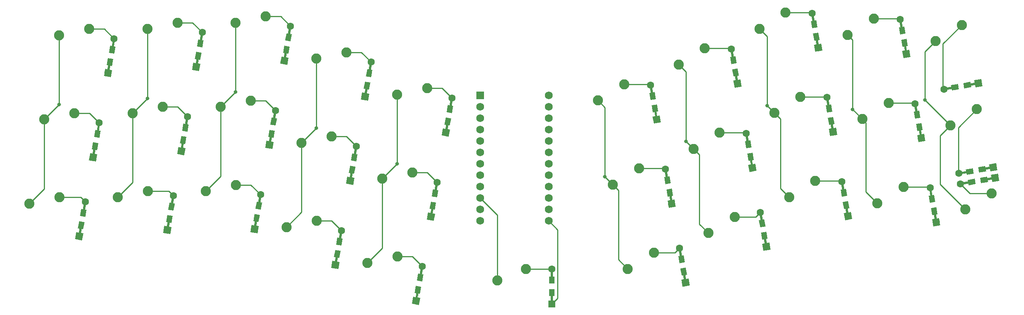
<source format=gbr>
G04 #@! TF.GenerationSoftware,KiCad,Pcbnew,(5.1.4)-1*
G04 #@! TF.CreationDate,2021-01-04T11:43:55-07:00*
G04 #@! TF.ProjectId,CS30 Ergo,43533330-2045-4726-976f-2e6b69636164,rev?*
G04 #@! TF.SameCoordinates,Original*
G04 #@! TF.FileFunction,Copper,L2,Bot*
G04 #@! TF.FilePolarity,Positive*
%FSLAX46Y46*%
G04 Gerber Fmt 4.6, Leading zero omitted, Abs format (unit mm)*
G04 Created by KiCad (PCBNEW (5.1.4)-1) date 2021-01-04 11:43:55*
%MOMM*%
%LPD*%
G04 APERTURE LIST*
%ADD10C,2.250000*%
%ADD11C,0.500000*%
%ADD12C,0.150000*%
%ADD13C,1.200000*%
%ADD14C,1.600000*%
%ADD15C,1.752600*%
%ADD16R,1.752600X1.752600*%
%ADD17R,1.600000X1.600000*%
%ADD18R,0.500000X2.900000*%
%ADD19R,1.200000X1.600000*%
%ADD20C,0.800000*%
%ADD21C,0.250000*%
G04 APERTURE END LIST*
D10*
X243100861Y-99546094D03*
X248913324Y-95942016D03*
X223513191Y-98163939D03*
X229325654Y-94559861D03*
X185991859Y-104779963D03*
X191804322Y-101175885D03*
X168058195Y-112778141D03*
X173870658Y-109174063D03*
X203925522Y-96781784D03*
X209737985Y-93177706D03*
X220205180Y-79403273D03*
X226017643Y-75799195D03*
X239792849Y-80785428D03*
X245605312Y-77181350D03*
X179375835Y-67258630D03*
X185188298Y-63654552D03*
X182683847Y-86019296D03*
X188496310Y-82415218D03*
X164750183Y-94017475D03*
X170562646Y-90413397D03*
X200617510Y-78021118D03*
X206429973Y-74417040D03*
X236484839Y-62024761D03*
X242297302Y-58420683D03*
X197309499Y-59260452D03*
X203121962Y-55656374D03*
X216897168Y-60642606D03*
X222709631Y-57038528D03*
X161442172Y-75256808D03*
X167254635Y-71652730D03*
D11*
X243384771Y-93612235D03*
D12*
G36*
X242000212Y-94110227D02*
G01*
X241913388Y-93617823D01*
X244769330Y-93114243D01*
X244856154Y-93606647D01*
X242000212Y-94110227D01*
X242000212Y-94110227D01*
G37*
D13*
X244468059Y-93421222D03*
D12*
G36*
X243784402Y-94151025D02*
G01*
X243576024Y-92969256D01*
X245151716Y-92691419D01*
X245360094Y-93873188D01*
X243784402Y-94151025D01*
X243784402Y-94151025D01*
G37*
D13*
X247225521Y-92935008D03*
D12*
G36*
X246541864Y-93664811D02*
G01*
X246333486Y-92483042D01*
X247909178Y-92205205D01*
X248117556Y-93386974D01*
X246541864Y-93664811D01*
X246541864Y-93664811D01*
G37*
D11*
X248308809Y-92743995D03*
D12*
G36*
X246924250Y-93241987D02*
G01*
X246837426Y-92749583D01*
X249693368Y-92246003D01*
X249780192Y-92738407D01*
X246924250Y-93241987D01*
X246924250Y-93241987D01*
G37*
D14*
X242006040Y-93855343D03*
X249687540Y-92500887D03*
D12*
G36*
X249038612Y-93427652D02*
G01*
X248760775Y-91851959D01*
X250336468Y-91574122D01*
X250614305Y-93149815D01*
X249038612Y-93427652D01*
X249038612Y-93427652D01*
G37*
D11*
X194650702Y-83949834D03*
D12*
G36*
X194152710Y-82565275D02*
G01*
X194645114Y-82478451D01*
X195148694Y-85334393D01*
X194656290Y-85421217D01*
X194152710Y-82565275D01*
X194152710Y-82565275D01*
G37*
D13*
X194841715Y-85033122D03*
D12*
G36*
X194111912Y-84349465D02*
G01*
X195293681Y-84141087D01*
X195571518Y-85716779D01*
X194389749Y-85925157D01*
X194111912Y-84349465D01*
X194111912Y-84349465D01*
G37*
D13*
X195327929Y-87790584D03*
D12*
G36*
X194598126Y-87106927D02*
G01*
X195779895Y-86898549D01*
X196057732Y-88474241D01*
X194875963Y-88682619D01*
X194598126Y-87106927D01*
X194598126Y-87106927D01*
G37*
D11*
X195518942Y-88873872D03*
D12*
G36*
X195020950Y-87489313D02*
G01*
X195513354Y-87402489D01*
X196016934Y-90258431D01*
X195524530Y-90345255D01*
X195020950Y-87489313D01*
X195020950Y-87489313D01*
G37*
D14*
X194407594Y-82571103D03*
X195762050Y-90252603D03*
D12*
G36*
X194835285Y-89603675D02*
G01*
X196410978Y-89325838D01*
X196688815Y-90901531D01*
X195113122Y-91179368D01*
X194835285Y-89603675D01*
X194835285Y-89603675D01*
G37*
D11*
X179818300Y-109536137D03*
D12*
G36*
X179320308Y-108151578D02*
G01*
X179812712Y-108064754D01*
X180316292Y-110920696D01*
X179823888Y-111007520D01*
X179320308Y-108151578D01*
X179320308Y-108151578D01*
G37*
D13*
X180009313Y-110619425D03*
D12*
G36*
X179279510Y-109935768D02*
G01*
X180461279Y-109727390D01*
X180739116Y-111303082D01*
X179557347Y-111511460D01*
X179279510Y-109935768D01*
X179279510Y-109935768D01*
G37*
D13*
X180495527Y-113376887D03*
D12*
G36*
X179765724Y-112693230D02*
G01*
X180947493Y-112484852D01*
X181225330Y-114060544D01*
X180043561Y-114268922D01*
X179765724Y-112693230D01*
X179765724Y-112693230D01*
G37*
D11*
X180686540Y-114460175D03*
D12*
G36*
X180188548Y-113075616D02*
G01*
X180680952Y-112988792D01*
X181184532Y-115844734D01*
X180692128Y-115931558D01*
X180188548Y-113075616D01*
X180188548Y-113075616D01*
G37*
D14*
X179575192Y-108157406D03*
X180929648Y-115838906D03*
D12*
G36*
X180002883Y-115189978D02*
G01*
X181578576Y-114912141D01*
X181856413Y-116487834D01*
X180280720Y-116765671D01*
X180002883Y-115189978D01*
X180002883Y-115189978D01*
G37*
D11*
X232172035Y-77333811D03*
D12*
G36*
X231674043Y-75949252D02*
G01*
X232166447Y-75862428D01*
X232670027Y-78718370D01*
X232177623Y-78805194D01*
X231674043Y-75949252D01*
X231674043Y-75949252D01*
G37*
D13*
X232363048Y-78417099D03*
D12*
G36*
X231633245Y-77733442D02*
G01*
X232815014Y-77525064D01*
X233092851Y-79100756D01*
X231911082Y-79309134D01*
X231633245Y-77733442D01*
X231633245Y-77733442D01*
G37*
D13*
X232849262Y-81174561D03*
D12*
G36*
X232119459Y-80490904D02*
G01*
X233301228Y-80282526D01*
X233579065Y-81858218D01*
X232397296Y-82066596D01*
X232119459Y-80490904D01*
X232119459Y-80490904D01*
G37*
D11*
X233040275Y-82257849D03*
D12*
G36*
X232542283Y-80873290D02*
G01*
X233034687Y-80786466D01*
X233538267Y-83642408D01*
X233045863Y-83729232D01*
X232542283Y-80873290D01*
X232542283Y-80873290D01*
G37*
D14*
X231928927Y-75955080D03*
X233283383Y-83636580D03*
D12*
G36*
X232356618Y-82987652D02*
G01*
X233932311Y-82709815D01*
X234210148Y-84285508D01*
X232634455Y-84563345D01*
X232356618Y-82987652D01*
X232356618Y-82987652D01*
G37*
D11*
X215892378Y-94712322D03*
D12*
G36*
X215394386Y-93327763D02*
G01*
X215886790Y-93240939D01*
X216390370Y-96096881D01*
X215897966Y-96183705D01*
X215394386Y-93327763D01*
X215394386Y-93327763D01*
G37*
D13*
X216083391Y-95795610D03*
D12*
G36*
X215353588Y-95111953D02*
G01*
X216535357Y-94903575D01*
X216813194Y-96479267D01*
X215631425Y-96687645D01*
X215353588Y-95111953D01*
X215353588Y-95111953D01*
G37*
D13*
X216569605Y-98553072D03*
D12*
G36*
X215839802Y-97869415D02*
G01*
X217021571Y-97661037D01*
X217299408Y-99236729D01*
X216117639Y-99445107D01*
X215839802Y-97869415D01*
X215839802Y-97869415D01*
G37*
D11*
X216760618Y-99636360D03*
D12*
G36*
X216262626Y-98251801D02*
G01*
X216755030Y-98164977D01*
X217258610Y-101020919D01*
X216766206Y-101107743D01*
X216262626Y-98251801D01*
X216262626Y-98251801D01*
G37*
D14*
X215649270Y-93333591D03*
X217003726Y-101015091D03*
D12*
G36*
X216076961Y-100366163D02*
G01*
X217652654Y-100088326D01*
X217930491Y-101664019D01*
X216354798Y-101941856D01*
X216076961Y-100366163D01*
X216076961Y-100366163D01*
G37*
D11*
X242971269Y-91267151D03*
D12*
G36*
X241586710Y-91765143D02*
G01*
X241499886Y-91272739D01*
X244355828Y-90769159D01*
X244442652Y-91261563D01*
X241586710Y-91765143D01*
X241586710Y-91765143D01*
G37*
D13*
X244054557Y-91076138D03*
D12*
G36*
X243370900Y-91805941D02*
G01*
X243162522Y-90624172D01*
X244738214Y-90346335D01*
X244946592Y-91528104D01*
X243370900Y-91805941D01*
X243370900Y-91805941D01*
G37*
D13*
X246812019Y-90589924D03*
D12*
G36*
X246128362Y-91319727D02*
G01*
X245919984Y-90137958D01*
X247495676Y-89860121D01*
X247704054Y-91041890D01*
X246128362Y-91319727D01*
X246128362Y-91319727D01*
G37*
D11*
X247895307Y-90398911D03*
D12*
G36*
X246510748Y-90896903D02*
G01*
X246423924Y-90404499D01*
X249279866Y-89900919D01*
X249366690Y-90393323D01*
X246510748Y-90896903D01*
X246510748Y-90896903D01*
G37*
D14*
X241592538Y-91510259D03*
X249274038Y-90155803D03*
D12*
G36*
X248625110Y-91082568D02*
G01*
X248347273Y-89506875D01*
X249922966Y-89229038D01*
X250200803Y-90804731D01*
X248625110Y-91082568D01*
X248625110Y-91082568D01*
G37*
D11*
X212584366Y-75951656D03*
D12*
G36*
X212086374Y-74567097D02*
G01*
X212578778Y-74480273D01*
X213082358Y-77336215D01*
X212589954Y-77423039D01*
X212086374Y-74567097D01*
X212086374Y-74567097D01*
G37*
D13*
X212775379Y-77034944D03*
D12*
G36*
X212045576Y-76351287D02*
G01*
X213227345Y-76142909D01*
X213505182Y-77718601D01*
X212323413Y-77926979D01*
X212045576Y-76351287D01*
X212045576Y-76351287D01*
G37*
D13*
X213261593Y-79792406D03*
D12*
G36*
X212531790Y-79108749D02*
G01*
X213713559Y-78900371D01*
X213991396Y-80476063D01*
X212809627Y-80684441D01*
X212531790Y-79108749D01*
X212531790Y-79108749D01*
G37*
D11*
X213452606Y-80875694D03*
D12*
G36*
X212954614Y-79491135D02*
G01*
X213447018Y-79404311D01*
X213950598Y-82260253D01*
X213458194Y-82347077D01*
X212954614Y-79491135D01*
X212954614Y-79491135D01*
G37*
D14*
X212341258Y-74572925D03*
X213695714Y-82254425D03*
D12*
G36*
X212768949Y-81605497D02*
G01*
X214344642Y-81327660D01*
X214622479Y-82903353D01*
X213046786Y-83181190D01*
X212768949Y-81605497D01*
X212768949Y-81605497D01*
G37*
D11*
X235480047Y-96094477D03*
D12*
G36*
X234982055Y-94709918D02*
G01*
X235474459Y-94623094D01*
X235978039Y-97479036D01*
X235485635Y-97565860D01*
X234982055Y-94709918D01*
X234982055Y-94709918D01*
G37*
D13*
X235671060Y-97177765D03*
D12*
G36*
X234941257Y-96494108D02*
G01*
X236123026Y-96285730D01*
X236400863Y-97861422D01*
X235219094Y-98069800D01*
X234941257Y-96494108D01*
X234941257Y-96494108D01*
G37*
D13*
X236157274Y-99935227D03*
D12*
G36*
X235427471Y-99251570D02*
G01*
X236609240Y-99043192D01*
X236887077Y-100618884D01*
X235705308Y-100827262D01*
X235427471Y-99251570D01*
X235427471Y-99251570D01*
G37*
D11*
X236348287Y-101018515D03*
D12*
G36*
X235850295Y-99633956D02*
G01*
X236342699Y-99547132D01*
X236846279Y-102403074D01*
X236353875Y-102489898D01*
X235850295Y-99633956D01*
X235850295Y-99633956D01*
G37*
D14*
X235236939Y-94715746D03*
X236591395Y-102397246D03*
D12*
G36*
X235664630Y-101748318D02*
G01*
X237240323Y-101470481D01*
X237518160Y-103046174D01*
X235942467Y-103324011D01*
X235664630Y-101748318D01*
X235664630Y-101748318D01*
G37*
D11*
X197751963Y-101537959D03*
D12*
G36*
X197253971Y-100153400D02*
G01*
X197746375Y-100066576D01*
X198249955Y-102922518D01*
X197757551Y-103009342D01*
X197253971Y-100153400D01*
X197253971Y-100153400D01*
G37*
D13*
X197942976Y-102621247D03*
D12*
G36*
X197213173Y-101937590D02*
G01*
X198394942Y-101729212D01*
X198672779Y-103304904D01*
X197491010Y-103513282D01*
X197213173Y-101937590D01*
X197213173Y-101937590D01*
G37*
D13*
X198429190Y-105378709D03*
D12*
G36*
X197699387Y-104695052D02*
G01*
X198881156Y-104486674D01*
X199158993Y-106062366D01*
X197977224Y-106270744D01*
X197699387Y-104695052D01*
X197699387Y-104695052D01*
G37*
D11*
X198620203Y-106461997D03*
D12*
G36*
X198122211Y-105077438D02*
G01*
X198614615Y-104990614D01*
X199118195Y-107846556D01*
X198625791Y-107933380D01*
X198122211Y-105077438D01*
X198122211Y-105077438D01*
G37*
D14*
X197508855Y-100159228D03*
X198863311Y-107840728D03*
D12*
G36*
X197936546Y-107191800D02*
G01*
X199512239Y-106913963D01*
X199790076Y-108489656D01*
X198214383Y-108767493D01*
X197936546Y-107191800D01*
X197936546Y-107191800D01*
G37*
D11*
X191342691Y-65189168D03*
D12*
G36*
X190844699Y-63804609D02*
G01*
X191337103Y-63717785D01*
X191840683Y-66573727D01*
X191348279Y-66660551D01*
X190844699Y-63804609D01*
X190844699Y-63804609D01*
G37*
D13*
X191533704Y-66272456D03*
D12*
G36*
X190803901Y-65588799D02*
G01*
X191985670Y-65380421D01*
X192263507Y-66956113D01*
X191081738Y-67164491D01*
X190803901Y-65588799D01*
X190803901Y-65588799D01*
G37*
D13*
X192019918Y-69029918D03*
D12*
G36*
X191290115Y-68346261D02*
G01*
X192471884Y-68137883D01*
X192749721Y-69713575D01*
X191567952Y-69921953D01*
X191290115Y-68346261D01*
X191290115Y-68346261D01*
G37*
D11*
X192210931Y-70113206D03*
D12*
G36*
X191712939Y-68728647D02*
G01*
X192205343Y-68641823D01*
X192708923Y-71497765D01*
X192216519Y-71584589D01*
X191712939Y-68728647D01*
X191712939Y-68728647D01*
G37*
D14*
X191099583Y-63810437D03*
X192454039Y-71491937D03*
D12*
G36*
X191527274Y-70843009D02*
G01*
X193102967Y-70565172D01*
X193380804Y-72140865D01*
X191805111Y-72418702D01*
X191527274Y-70843009D01*
X191527274Y-70843009D01*
G37*
D11*
X173409027Y-73187346D03*
D12*
G36*
X172911035Y-71802787D02*
G01*
X173403439Y-71715963D01*
X173907019Y-74571905D01*
X173414615Y-74658729D01*
X172911035Y-71802787D01*
X172911035Y-71802787D01*
G37*
D13*
X173600040Y-74270634D03*
D12*
G36*
X172870237Y-73586977D02*
G01*
X174052006Y-73378599D01*
X174329843Y-74954291D01*
X173148074Y-75162669D01*
X172870237Y-73586977D01*
X172870237Y-73586977D01*
G37*
D13*
X174086254Y-77028096D03*
D12*
G36*
X173356451Y-76344439D02*
G01*
X174538220Y-76136061D01*
X174816057Y-77711753D01*
X173634288Y-77920131D01*
X173356451Y-76344439D01*
X173356451Y-76344439D01*
G37*
D11*
X174277267Y-78111384D03*
D12*
G36*
X173779275Y-76726825D02*
G01*
X174271679Y-76640001D01*
X174775259Y-79495943D01*
X174282855Y-79582767D01*
X173779275Y-76726825D01*
X173779275Y-76726825D01*
G37*
D14*
X173165919Y-71808615D03*
X174520375Y-79490115D03*
D12*
G36*
X173593610Y-78841187D02*
G01*
X175169303Y-78563350D01*
X175447140Y-80139043D01*
X173871447Y-80416880D01*
X173593610Y-78841187D01*
X173593610Y-78841187D01*
G37*
D11*
X176717039Y-91948012D03*
D12*
G36*
X176219047Y-90563453D02*
G01*
X176711451Y-90476629D01*
X177215031Y-93332571D01*
X176722627Y-93419395D01*
X176219047Y-90563453D01*
X176219047Y-90563453D01*
G37*
D13*
X176908052Y-93031300D03*
D12*
G36*
X176178249Y-92347643D02*
G01*
X177360018Y-92139265D01*
X177637855Y-93714957D01*
X176456086Y-93923335D01*
X176178249Y-92347643D01*
X176178249Y-92347643D01*
G37*
D13*
X177394266Y-95788762D03*
D12*
G36*
X176664463Y-95105105D02*
G01*
X177846232Y-94896727D01*
X178124069Y-96472419D01*
X176942300Y-96680797D01*
X176664463Y-95105105D01*
X176664463Y-95105105D01*
G37*
D11*
X177585279Y-96872050D03*
D12*
G36*
X177087287Y-95487491D02*
G01*
X177579691Y-95400667D01*
X178083271Y-98256609D01*
X177590867Y-98343433D01*
X177087287Y-95487491D01*
X177087287Y-95487491D01*
G37*
D14*
X176473931Y-90569281D03*
X177828387Y-98250781D03*
D12*
G36*
X176901622Y-97601853D02*
G01*
X178477315Y-97324016D01*
X178755152Y-98899709D01*
X177179459Y-99177546D01*
X176901622Y-97601853D01*
X176901622Y-97601853D01*
G37*
D11*
X228864024Y-58573144D03*
D12*
G36*
X228366032Y-57188585D02*
G01*
X228858436Y-57101761D01*
X229362016Y-59957703D01*
X228869612Y-60044527D01*
X228366032Y-57188585D01*
X228366032Y-57188585D01*
G37*
D13*
X229055037Y-59656432D03*
D12*
G36*
X228325234Y-58972775D02*
G01*
X229507003Y-58764397D01*
X229784840Y-60340089D01*
X228603071Y-60548467D01*
X228325234Y-58972775D01*
X228325234Y-58972775D01*
G37*
D13*
X229541251Y-62413894D03*
D12*
G36*
X228811448Y-61730237D02*
G01*
X229993217Y-61521859D01*
X230271054Y-63097551D01*
X229089285Y-63305929D01*
X228811448Y-61730237D01*
X228811448Y-61730237D01*
G37*
D11*
X229732264Y-63497182D03*
D12*
G36*
X229234272Y-62112623D02*
G01*
X229726676Y-62025799D01*
X230230256Y-64881741D01*
X229737852Y-64968565D01*
X229234272Y-62112623D01*
X229234272Y-62112623D01*
G37*
D14*
X228620916Y-57194413D03*
X229975372Y-64875913D03*
D12*
G36*
X229048607Y-64226985D02*
G01*
X230624300Y-63949148D01*
X230902137Y-65524841D01*
X229326444Y-65802678D01*
X229048607Y-64226985D01*
X229048607Y-64226985D01*
G37*
D11*
X239663258Y-72506485D03*
D12*
G36*
X238278699Y-73004477D02*
G01*
X238191875Y-72512073D01*
X241047817Y-72008493D01*
X241134641Y-72500897D01*
X238278699Y-73004477D01*
X238278699Y-73004477D01*
G37*
D13*
X240746546Y-72315472D03*
D12*
G36*
X240062889Y-73045275D02*
G01*
X239854511Y-71863506D01*
X241430203Y-71585669D01*
X241638581Y-72767438D01*
X240062889Y-73045275D01*
X240062889Y-73045275D01*
G37*
D13*
X243504008Y-71829258D03*
D12*
G36*
X242820351Y-72559061D02*
G01*
X242611973Y-71377292D01*
X244187665Y-71099455D01*
X244396043Y-72281224D01*
X242820351Y-72559061D01*
X242820351Y-72559061D01*
G37*
D11*
X244587296Y-71638245D03*
D12*
G36*
X243202737Y-72136237D02*
G01*
X243115913Y-71643833D01*
X245971855Y-71140253D01*
X246058679Y-71632657D01*
X243202737Y-72136237D01*
X243202737Y-72136237D01*
G37*
D14*
X238284527Y-72749593D03*
X245966027Y-71395137D03*
D12*
G36*
X245317099Y-72321902D02*
G01*
X245039262Y-70746209D01*
X246614955Y-70468372D01*
X246892792Y-72044065D01*
X245317099Y-72321902D01*
X245317099Y-72321902D01*
G37*
D11*
X209276354Y-57190989D03*
D12*
G36*
X208778362Y-55806430D02*
G01*
X209270766Y-55719606D01*
X209774346Y-58575548D01*
X209281942Y-58662372D01*
X208778362Y-55806430D01*
X208778362Y-55806430D01*
G37*
D13*
X209467367Y-58274277D03*
D12*
G36*
X208737564Y-57590620D02*
G01*
X209919333Y-57382242D01*
X210197170Y-58957934D01*
X209015401Y-59166312D01*
X208737564Y-57590620D01*
X208737564Y-57590620D01*
G37*
D13*
X209953581Y-61031739D03*
D12*
G36*
X209223778Y-60348082D02*
G01*
X210405547Y-60139704D01*
X210683384Y-61715396D01*
X209501615Y-61923774D01*
X209223778Y-60348082D01*
X209223778Y-60348082D01*
G37*
D11*
X210144594Y-62115027D03*
D12*
G36*
X209646602Y-60730468D02*
G01*
X210139006Y-60643644D01*
X210642586Y-63499586D01*
X210150182Y-63586410D01*
X209646602Y-60730468D01*
X209646602Y-60730468D01*
G37*
D14*
X209033246Y-55812258D03*
X210387702Y-63493758D03*
D12*
G36*
X209460937Y-62844830D02*
G01*
X211036630Y-62566993D01*
X211314467Y-64142686D01*
X209738774Y-64420523D01*
X209460937Y-62844830D01*
X209460937Y-62844830D01*
G37*
D10*
X120191378Y-91295531D03*
X113496783Y-92694277D03*
D15*
X150495600Y-74136620D03*
X135255600Y-102076620D03*
X150495600Y-76676620D03*
X150495600Y-79216620D03*
X150495600Y-81756620D03*
X150495600Y-84296620D03*
X150495600Y-86836620D03*
X150495600Y-89376620D03*
X150495600Y-91916620D03*
X150495600Y-94456620D03*
X150495600Y-96996620D03*
X150495600Y-99536620D03*
X150495600Y-102076620D03*
X135255600Y-99536620D03*
X135255600Y-96996620D03*
X135255600Y-94456620D03*
X135255600Y-91916620D03*
X135255600Y-89376620D03*
X135255600Y-86836620D03*
X135255600Y-84296620D03*
X135255600Y-81756620D03*
X135255600Y-79216620D03*
X135255600Y-76676620D03*
D16*
X135255600Y-74136620D03*
D10*
X145415600Y-112792370D03*
X139065600Y-115332370D03*
X116883365Y-110056196D03*
X110188770Y-111454942D03*
X98949703Y-102058018D03*
X92255108Y-103456764D03*
X81016038Y-94059838D03*
X74321443Y-95458584D03*
X61428369Y-95441994D03*
X54733774Y-96840740D03*
X41840699Y-96824149D03*
X35146104Y-98222895D03*
X102257713Y-83297351D03*
X95563118Y-84696097D03*
X84324050Y-75299173D03*
X77629455Y-76697919D03*
X64736380Y-76681328D03*
X58041785Y-78080074D03*
X45148711Y-78063484D03*
X38454116Y-79462230D03*
X123499388Y-72534863D03*
X116804793Y-73933609D03*
X105565725Y-64536685D03*
X98871130Y-65935431D03*
X87632061Y-56538507D03*
X80937466Y-57937253D03*
X68044392Y-57920661D03*
X61349797Y-59319407D03*
X48456721Y-59302816D03*
X41762126Y-60701562D03*
D17*
X151210010Y-120581740D03*
D14*
X151210010Y-112781740D03*
D18*
X151210010Y-119181740D03*
D19*
X151210010Y-118081740D03*
X151210010Y-115281740D03*
D18*
X151210010Y-114181740D03*
D14*
X121030386Y-119905958D03*
D12*
G36*
X120381458Y-118979193D02*
G01*
X121957151Y-119257030D01*
X121679314Y-120832723D01*
X120103621Y-120554886D01*
X120381458Y-118979193D01*
X120381458Y-118979193D01*
G37*
D14*
X122384842Y-112224458D03*
D11*
X121273494Y-118527227D03*
D12*
G36*
X121279082Y-117055844D02*
G01*
X121771486Y-117142668D01*
X121267906Y-119998610D01*
X120775502Y-119911786D01*
X121279082Y-117055844D01*
X121279082Y-117055844D01*
G37*
D13*
X121464507Y-117443939D03*
D12*
G36*
X121012541Y-116551904D02*
G01*
X122194310Y-116760282D01*
X121916473Y-118335974D01*
X120734704Y-118127596D01*
X121012541Y-116551904D01*
X121012541Y-116551904D01*
G37*
D13*
X121950721Y-114686477D03*
D12*
G36*
X121498755Y-113794442D02*
G01*
X122680524Y-114002820D01*
X122402687Y-115578512D01*
X121220918Y-115370134D01*
X121498755Y-113794442D01*
X121498755Y-113794442D01*
G37*
D11*
X122141734Y-113603189D03*
D12*
G36*
X122147322Y-112131806D02*
G01*
X122639726Y-112218630D01*
X122136146Y-115074572D01*
X121643742Y-114987748D01*
X122147322Y-112131806D01*
X122147322Y-112131806D01*
G37*
D14*
X103096721Y-111907780D03*
D12*
G36*
X102447793Y-110981015D02*
G01*
X104023486Y-111258852D01*
X103745649Y-112834545D01*
X102169956Y-112556708D01*
X102447793Y-110981015D01*
X102447793Y-110981015D01*
G37*
D14*
X104451177Y-104226280D03*
D11*
X103339829Y-110529049D03*
D12*
G36*
X103345417Y-109057666D02*
G01*
X103837821Y-109144490D01*
X103334241Y-112000432D01*
X102841837Y-111913608D01*
X103345417Y-109057666D01*
X103345417Y-109057666D01*
G37*
D13*
X103530842Y-109445761D03*
D12*
G36*
X103078876Y-108553726D02*
G01*
X104260645Y-108762104D01*
X103982808Y-110337796D01*
X102801039Y-110129418D01*
X103078876Y-108553726D01*
X103078876Y-108553726D01*
G37*
D13*
X104017056Y-106688299D03*
D12*
G36*
X103565090Y-105796264D02*
G01*
X104746859Y-106004642D01*
X104469022Y-107580334D01*
X103287253Y-107371956D01*
X103565090Y-105796264D01*
X103565090Y-105796264D01*
G37*
D11*
X104208069Y-105605011D03*
D12*
G36*
X104213657Y-104133628D02*
G01*
X104706061Y-104220452D01*
X104202481Y-107076394D01*
X103710077Y-106989570D01*
X104213657Y-104133628D01*
X104213657Y-104133628D01*
G37*
D14*
X85163057Y-103909602D03*
D12*
G36*
X84514129Y-102982837D02*
G01*
X86089822Y-103260674D01*
X85811985Y-104836367D01*
X84236292Y-104558530D01*
X84514129Y-102982837D01*
X84514129Y-102982837D01*
G37*
D14*
X86517513Y-96228102D03*
D11*
X85406165Y-102530871D03*
D12*
G36*
X85411753Y-101059488D02*
G01*
X85904157Y-101146312D01*
X85400577Y-104002254D01*
X84908173Y-103915430D01*
X85411753Y-101059488D01*
X85411753Y-101059488D01*
G37*
D13*
X85597178Y-101447583D03*
D12*
G36*
X85145212Y-100555548D02*
G01*
X86326981Y-100763926D01*
X86049144Y-102339618D01*
X84867375Y-102131240D01*
X85145212Y-100555548D01*
X85145212Y-100555548D01*
G37*
D13*
X86083392Y-98690121D03*
D12*
G36*
X85631426Y-97798086D02*
G01*
X86813195Y-98006464D01*
X86535358Y-99582156D01*
X85353589Y-99373778D01*
X85631426Y-97798086D01*
X85631426Y-97798086D01*
G37*
D11*
X86274405Y-97606833D03*
D12*
G36*
X86279993Y-96135450D02*
G01*
X86772397Y-96222274D01*
X86268817Y-99078216D01*
X85776413Y-98991392D01*
X86279993Y-96135450D01*
X86279993Y-96135450D01*
G37*
D14*
X65782139Y-104119215D03*
D12*
G36*
X65133211Y-103192450D02*
G01*
X66708904Y-103470287D01*
X66431067Y-105045980D01*
X64855374Y-104768143D01*
X65133211Y-103192450D01*
X65133211Y-103192450D01*
G37*
D14*
X67136595Y-96437715D03*
D11*
X66025247Y-102740484D03*
D12*
G36*
X66030835Y-101269101D02*
G01*
X66523239Y-101355925D01*
X66019659Y-104211867D01*
X65527255Y-104125043D01*
X66030835Y-101269101D01*
X66030835Y-101269101D01*
G37*
D13*
X66216260Y-101657196D03*
D12*
G36*
X65764294Y-100765161D02*
G01*
X66946063Y-100973539D01*
X66668226Y-102549231D01*
X65486457Y-102340853D01*
X65764294Y-100765161D01*
X65764294Y-100765161D01*
G37*
D13*
X66702474Y-98899734D03*
D12*
G36*
X66250508Y-98007699D02*
G01*
X67432277Y-98216077D01*
X67154440Y-99791769D01*
X65972671Y-99583391D01*
X66250508Y-98007699D01*
X66250508Y-98007699D01*
G37*
D11*
X66893487Y-97816446D03*
D12*
G36*
X66899075Y-96345063D02*
G01*
X67391479Y-96431887D01*
X66887899Y-99287829D01*
X66395495Y-99201005D01*
X66899075Y-96345063D01*
X66899075Y-96345063D01*
G37*
D14*
X46194469Y-105501370D03*
D12*
G36*
X45545541Y-104574605D02*
G01*
X47121234Y-104852442D01*
X46843397Y-106428135D01*
X45267704Y-106150298D01*
X45545541Y-104574605D01*
X45545541Y-104574605D01*
G37*
D14*
X47548925Y-97819870D03*
D11*
X46437577Y-104122639D03*
D12*
G36*
X46443165Y-102651256D02*
G01*
X46935569Y-102738080D01*
X46431989Y-105594022D01*
X45939585Y-105507198D01*
X46443165Y-102651256D01*
X46443165Y-102651256D01*
G37*
D13*
X46628590Y-103039351D03*
D12*
G36*
X46176624Y-102147316D02*
G01*
X47358393Y-102355694D01*
X47080556Y-103931386D01*
X45898787Y-103723008D01*
X46176624Y-102147316D01*
X46176624Y-102147316D01*
G37*
D13*
X47114804Y-100281889D03*
D12*
G36*
X46662838Y-99389854D02*
G01*
X47844607Y-99598232D01*
X47566770Y-101173924D01*
X46385001Y-100965546D01*
X46662838Y-99389854D01*
X46662838Y-99389854D01*
G37*
D11*
X47305817Y-99198601D03*
D12*
G36*
X47311405Y-97727218D02*
G01*
X47803809Y-97814042D01*
X47300229Y-100669984D01*
X46807825Y-100583160D01*
X47311405Y-97727218D01*
X47311405Y-97727218D01*
G37*
D14*
X124338396Y-101145292D03*
D12*
G36*
X123689468Y-100218527D02*
G01*
X125265161Y-100496364D01*
X124987324Y-102072057D01*
X123411631Y-101794220D01*
X123689468Y-100218527D01*
X123689468Y-100218527D01*
G37*
D14*
X125692852Y-93463792D03*
D11*
X124581504Y-99766561D03*
D12*
G36*
X124587092Y-98295178D02*
G01*
X125079496Y-98382002D01*
X124575916Y-101237944D01*
X124083512Y-101151120D01*
X124587092Y-98295178D01*
X124587092Y-98295178D01*
G37*
D13*
X124772517Y-98683273D03*
D12*
G36*
X124320551Y-97791238D02*
G01*
X125502320Y-97999616D01*
X125224483Y-99575308D01*
X124042714Y-99366930D01*
X124320551Y-97791238D01*
X124320551Y-97791238D01*
G37*
D13*
X125258731Y-95925811D03*
D12*
G36*
X124806765Y-95033776D02*
G01*
X125988534Y-95242154D01*
X125710697Y-96817846D01*
X124528928Y-96609468D01*
X124806765Y-95033776D01*
X124806765Y-95033776D01*
G37*
D11*
X125449744Y-94842523D03*
D12*
G36*
X125455332Y-93371140D02*
G01*
X125947736Y-93457964D01*
X125444156Y-96313906D01*
X124951752Y-96227082D01*
X125455332Y-93371140D01*
X125455332Y-93371140D01*
G37*
D14*
X106404733Y-93147113D03*
D12*
G36*
X105755805Y-92220348D02*
G01*
X107331498Y-92498185D01*
X107053661Y-94073878D01*
X105477968Y-93796041D01*
X105755805Y-92220348D01*
X105755805Y-92220348D01*
G37*
D14*
X107759189Y-85465613D03*
D11*
X106647841Y-91768382D03*
D12*
G36*
X106653429Y-90296999D02*
G01*
X107145833Y-90383823D01*
X106642253Y-93239765D01*
X106149849Y-93152941D01*
X106653429Y-90296999D01*
X106653429Y-90296999D01*
G37*
D13*
X106838854Y-90685094D03*
D12*
G36*
X106386888Y-89793059D02*
G01*
X107568657Y-90001437D01*
X107290820Y-91577129D01*
X106109051Y-91368751D01*
X106386888Y-89793059D01*
X106386888Y-89793059D01*
G37*
D13*
X107325068Y-87927632D03*
D12*
G36*
X106873102Y-87035597D02*
G01*
X108054871Y-87243975D01*
X107777034Y-88819667D01*
X106595265Y-88611289D01*
X106873102Y-87035597D01*
X106873102Y-87035597D01*
G37*
D11*
X107516081Y-86844344D03*
D12*
G36*
X107521669Y-85372961D02*
G01*
X108014073Y-85459785D01*
X107510493Y-88315727D01*
X107018089Y-88228903D01*
X107521669Y-85372961D01*
X107521669Y-85372961D01*
G37*
D14*
X88471069Y-85148935D03*
D12*
G36*
X87822141Y-84222170D02*
G01*
X89397834Y-84500007D01*
X89119997Y-86075700D01*
X87544304Y-85797863D01*
X87822141Y-84222170D01*
X87822141Y-84222170D01*
G37*
D14*
X89825525Y-77467435D03*
D11*
X88714177Y-83770204D03*
D12*
G36*
X88719765Y-82298821D02*
G01*
X89212169Y-82385645D01*
X88708589Y-85241587D01*
X88216185Y-85154763D01*
X88719765Y-82298821D01*
X88719765Y-82298821D01*
G37*
D13*
X88905190Y-82686916D03*
D12*
G36*
X88453224Y-81794881D02*
G01*
X89634993Y-82003259D01*
X89357156Y-83578951D01*
X88175387Y-83370573D01*
X88453224Y-81794881D01*
X88453224Y-81794881D01*
G37*
D13*
X89391404Y-79929454D03*
D12*
G36*
X88939438Y-79037419D02*
G01*
X90121207Y-79245797D01*
X89843370Y-80821489D01*
X88661601Y-80613111D01*
X88939438Y-79037419D01*
X88939438Y-79037419D01*
G37*
D11*
X89582417Y-78846166D03*
D12*
G36*
X89588005Y-77374783D02*
G01*
X90080409Y-77461607D01*
X89576829Y-80317549D01*
X89084425Y-80230725D01*
X89588005Y-77374783D01*
X89588005Y-77374783D01*
G37*
D14*
X68883400Y-86531090D03*
D12*
G36*
X68234472Y-85604325D02*
G01*
X69810165Y-85882162D01*
X69532328Y-87457855D01*
X67956635Y-87180018D01*
X68234472Y-85604325D01*
X68234472Y-85604325D01*
G37*
D14*
X70237856Y-78849590D03*
D11*
X69126508Y-85152359D03*
D12*
G36*
X69132096Y-83680976D02*
G01*
X69624500Y-83767800D01*
X69120920Y-86623742D01*
X68628516Y-86536918D01*
X69132096Y-83680976D01*
X69132096Y-83680976D01*
G37*
D13*
X69317521Y-84069071D03*
D12*
G36*
X68865555Y-83177036D02*
G01*
X70047324Y-83385414D01*
X69769487Y-84961106D01*
X68587718Y-84752728D01*
X68865555Y-83177036D01*
X68865555Y-83177036D01*
G37*
D13*
X69803735Y-81311609D03*
D12*
G36*
X69351769Y-80419574D02*
G01*
X70533538Y-80627952D01*
X70255701Y-82203644D01*
X69073932Y-81995266D01*
X69351769Y-80419574D01*
X69351769Y-80419574D01*
G37*
D11*
X69994748Y-80228321D03*
D12*
G36*
X70000336Y-78756938D02*
G01*
X70492740Y-78843762D01*
X69989160Y-81699704D01*
X69496756Y-81612880D01*
X70000336Y-78756938D01*
X70000336Y-78756938D01*
G37*
D14*
X49295730Y-87913246D03*
D12*
G36*
X48646802Y-86986481D02*
G01*
X50222495Y-87264318D01*
X49944658Y-88840011D01*
X48368965Y-88562174D01*
X48646802Y-86986481D01*
X48646802Y-86986481D01*
G37*
D14*
X50650186Y-80231746D03*
D11*
X49538838Y-86534515D03*
D12*
G36*
X49544426Y-85063132D02*
G01*
X50036830Y-85149956D01*
X49533250Y-88005898D01*
X49040846Y-87919074D01*
X49544426Y-85063132D01*
X49544426Y-85063132D01*
G37*
D13*
X49729851Y-85451227D03*
D12*
G36*
X49277885Y-84559192D02*
G01*
X50459654Y-84767570D01*
X50181817Y-86343262D01*
X49000048Y-86134884D01*
X49277885Y-84559192D01*
X49277885Y-84559192D01*
G37*
D13*
X50216065Y-82693765D03*
D12*
G36*
X49764099Y-81801730D02*
G01*
X50945868Y-82010108D01*
X50668031Y-83585800D01*
X49486262Y-83377422D01*
X49764099Y-81801730D01*
X49764099Y-81801730D01*
G37*
D11*
X50407078Y-81610477D03*
D12*
G36*
X50412666Y-80139094D02*
G01*
X50905070Y-80225918D01*
X50401490Y-83081860D01*
X49909086Y-82995036D01*
X50412666Y-80139094D01*
X50412666Y-80139094D01*
G37*
D14*
X127646408Y-82384625D03*
D12*
G36*
X126997480Y-81457860D02*
G01*
X128573173Y-81735697D01*
X128295336Y-83311390D01*
X126719643Y-83033553D01*
X126997480Y-81457860D01*
X126997480Y-81457860D01*
G37*
D14*
X129000864Y-74703125D03*
D11*
X127889516Y-81005894D03*
D12*
G36*
X127895104Y-79534511D02*
G01*
X128387508Y-79621335D01*
X127883928Y-82477277D01*
X127391524Y-82390453D01*
X127895104Y-79534511D01*
X127895104Y-79534511D01*
G37*
D13*
X128080529Y-79922606D03*
D12*
G36*
X127628563Y-79030571D02*
G01*
X128810332Y-79238949D01*
X128532495Y-80814641D01*
X127350726Y-80606263D01*
X127628563Y-79030571D01*
X127628563Y-79030571D01*
G37*
D13*
X128566743Y-77165144D03*
D12*
G36*
X128114777Y-76273109D02*
G01*
X129296546Y-76481487D01*
X129018709Y-78057179D01*
X127836940Y-77848801D01*
X128114777Y-76273109D01*
X128114777Y-76273109D01*
G37*
D11*
X128757756Y-76081856D03*
D12*
G36*
X128763344Y-74610473D02*
G01*
X129255748Y-74697297D01*
X128752168Y-77553239D01*
X128259764Y-77466415D01*
X128763344Y-74610473D01*
X128763344Y-74610473D01*
G37*
D14*
X109712743Y-74386447D03*
D12*
G36*
X109063815Y-73459682D02*
G01*
X110639508Y-73737519D01*
X110361671Y-75313212D01*
X108785978Y-75035375D01*
X109063815Y-73459682D01*
X109063815Y-73459682D01*
G37*
D14*
X111067199Y-66704947D03*
D11*
X109955851Y-73007716D03*
D12*
G36*
X109961439Y-71536333D02*
G01*
X110453843Y-71623157D01*
X109950263Y-74479099D01*
X109457859Y-74392275D01*
X109961439Y-71536333D01*
X109961439Y-71536333D01*
G37*
D13*
X110146864Y-71924428D03*
D12*
G36*
X109694898Y-71032393D02*
G01*
X110876667Y-71240771D01*
X110598830Y-72816463D01*
X109417061Y-72608085D01*
X109694898Y-71032393D01*
X109694898Y-71032393D01*
G37*
D13*
X110633078Y-69166966D03*
D12*
G36*
X110181112Y-68274931D02*
G01*
X111362881Y-68483309D01*
X111085044Y-70059001D01*
X109903275Y-69850623D01*
X110181112Y-68274931D01*
X110181112Y-68274931D01*
G37*
D11*
X110824091Y-68083678D03*
D12*
G36*
X110829679Y-66612295D02*
G01*
X111322083Y-66699119D01*
X110818503Y-69555061D01*
X110326099Y-69468237D01*
X110829679Y-66612295D01*
X110829679Y-66612295D01*
G37*
D14*
X91779081Y-66388269D03*
D12*
G36*
X91130153Y-65461504D02*
G01*
X92705846Y-65739341D01*
X92428009Y-67315034D01*
X90852316Y-67037197D01*
X91130153Y-65461504D01*
X91130153Y-65461504D01*
G37*
D14*
X93133537Y-58706769D03*
D11*
X92022189Y-65009538D03*
D12*
G36*
X92027777Y-63538155D02*
G01*
X92520181Y-63624979D01*
X92016601Y-66480921D01*
X91524197Y-66394097D01*
X92027777Y-63538155D01*
X92027777Y-63538155D01*
G37*
D13*
X92213202Y-63926250D03*
D12*
G36*
X91761236Y-63034215D02*
G01*
X92943005Y-63242593D01*
X92665168Y-64818285D01*
X91483399Y-64609907D01*
X91761236Y-63034215D01*
X91761236Y-63034215D01*
G37*
D13*
X92699416Y-61168788D03*
D12*
G36*
X92247450Y-60276753D02*
G01*
X93429219Y-60485131D01*
X93151382Y-62060823D01*
X91969613Y-61852445D01*
X92247450Y-60276753D01*
X92247450Y-60276753D01*
G37*
D11*
X92890429Y-60085500D03*
D12*
G36*
X92896017Y-58614117D02*
G01*
X93388421Y-58700941D01*
X92884841Y-61556883D01*
X92392437Y-61470059D01*
X92896017Y-58614117D01*
X92896017Y-58614117D01*
G37*
D14*
X72191411Y-67770425D03*
D12*
G36*
X71542483Y-66843660D02*
G01*
X73118176Y-67121497D01*
X72840339Y-68697190D01*
X71264646Y-68419353D01*
X71542483Y-66843660D01*
X71542483Y-66843660D01*
G37*
D14*
X73545867Y-60088925D03*
D11*
X72434519Y-66391694D03*
D12*
G36*
X72440107Y-64920311D02*
G01*
X72932511Y-65007135D01*
X72428931Y-67863077D01*
X71936527Y-67776253D01*
X72440107Y-64920311D01*
X72440107Y-64920311D01*
G37*
D13*
X72625532Y-65308406D03*
D12*
G36*
X72173566Y-64416371D02*
G01*
X73355335Y-64624749D01*
X73077498Y-66200441D01*
X71895729Y-65992063D01*
X72173566Y-64416371D01*
X72173566Y-64416371D01*
G37*
D13*
X73111746Y-62550944D03*
D12*
G36*
X72659780Y-61658909D02*
G01*
X73841549Y-61867287D01*
X73563712Y-63442979D01*
X72381943Y-63234601D01*
X72659780Y-61658909D01*
X72659780Y-61658909D01*
G37*
D11*
X73302759Y-61467656D03*
D12*
G36*
X73308347Y-59996273D02*
G01*
X73800751Y-60083097D01*
X73297171Y-62939039D01*
X72804767Y-62852215D01*
X73308347Y-59996273D01*
X73308347Y-59996273D01*
G37*
D14*
X52603742Y-69152579D03*
D12*
G36*
X51954814Y-68225814D02*
G01*
X53530507Y-68503651D01*
X53252670Y-70079344D01*
X51676977Y-69801507D01*
X51954814Y-68225814D01*
X51954814Y-68225814D01*
G37*
D14*
X53958198Y-61471079D03*
D11*
X52846850Y-67773848D03*
D12*
G36*
X52852438Y-66302465D02*
G01*
X53344842Y-66389289D01*
X52841262Y-69245231D01*
X52348858Y-69158407D01*
X52852438Y-66302465D01*
X52852438Y-66302465D01*
G37*
D13*
X53037863Y-66690560D03*
D12*
G36*
X52585897Y-65798525D02*
G01*
X53767666Y-66006903D01*
X53489829Y-67582595D01*
X52308060Y-67374217D01*
X52585897Y-65798525D01*
X52585897Y-65798525D01*
G37*
D13*
X53524077Y-63933098D03*
D12*
G36*
X53072111Y-63041063D02*
G01*
X54253880Y-63249441D01*
X53976043Y-64825133D01*
X52794274Y-64616755D01*
X53072111Y-63041063D01*
X53072111Y-63041063D01*
G37*
D11*
X53715090Y-62849810D03*
D12*
G36*
X53720678Y-61378427D02*
G01*
X54213082Y-61465251D01*
X53709502Y-64321193D01*
X53217098Y-64234369D01*
X53720678Y-61378427D01*
X53720678Y-61378427D01*
G37*
D20*
X41762126Y-76154220D03*
X61349797Y-74772062D03*
X80937466Y-73389908D03*
X98871130Y-81388085D03*
X116804793Y-89386267D03*
X163000000Y-92267292D03*
X181000000Y-84335449D03*
X199000000Y-76403608D03*
X218022167Y-77220260D03*
X234100000Y-75092579D03*
D21*
X51789935Y-59302816D02*
X53958198Y-61471079D01*
X48456721Y-59302816D02*
X51789935Y-59302816D01*
X71377603Y-57920661D02*
X73545867Y-60088925D01*
X68044392Y-57920661D02*
X71377603Y-57920661D01*
X90965275Y-56538507D02*
X93133537Y-58706769D01*
X87632061Y-56538507D02*
X90965275Y-56538507D01*
X108898937Y-64536685D02*
X111067199Y-66704947D01*
X105565725Y-64536685D02*
X108898937Y-64536685D01*
X126832602Y-72534863D02*
X129000864Y-74703125D01*
X123499388Y-72534863D02*
X126832602Y-72534863D01*
X173010034Y-71652730D02*
X173165919Y-71808615D01*
X167254635Y-71652730D02*
X173010034Y-71652730D01*
X190943698Y-63654552D02*
X191099583Y-63810437D01*
X185188298Y-63654552D02*
X190943698Y-63654552D01*
X208877362Y-55656374D02*
X209033246Y-55812258D01*
X203121962Y-55656374D02*
X208877362Y-55656374D01*
X228465031Y-57038528D02*
X228620916Y-57194413D01*
X222709631Y-57038528D02*
X228465031Y-57038528D01*
X238100000Y-72565066D02*
X238284527Y-72749593D01*
X242297302Y-58420683D02*
X238100000Y-62617985D01*
X238100000Y-62617985D02*
X238100000Y-72565066D01*
X48481924Y-78063484D02*
X50650186Y-80231746D01*
X45148711Y-78063484D02*
X48481924Y-78063484D01*
X68069594Y-76681328D02*
X70237856Y-78849590D01*
X64736380Y-76681328D02*
X68069594Y-76681328D01*
X87657263Y-75299173D02*
X89825525Y-77467435D01*
X84324050Y-75299173D02*
X87657263Y-75299173D01*
X105590927Y-83297351D02*
X107759189Y-85465613D01*
X102257713Y-83297351D02*
X105590927Y-83297351D01*
X123524591Y-91295531D02*
X125692852Y-93463792D01*
X120191378Y-91295531D02*
X123524591Y-91295531D01*
X176318047Y-90413397D02*
X176473931Y-90569281D01*
X170562646Y-90413397D02*
X176318047Y-90413397D01*
X194251709Y-82415218D02*
X194407594Y-82571103D01*
X188496310Y-82415218D02*
X194251709Y-82415218D01*
X212185373Y-74417040D02*
X212341258Y-74572925D01*
X206429973Y-74417040D02*
X212185373Y-74417040D01*
X231773042Y-75799195D02*
X231928927Y-75955080D01*
X226017643Y-75799195D02*
X231773042Y-75799195D01*
X241500000Y-91417721D02*
X241592538Y-91510259D01*
X245605312Y-77181350D02*
X241500000Y-81286662D01*
X241500000Y-81286662D02*
X241500000Y-91417721D01*
X152500000Y-104081020D02*
X150495600Y-102076620D01*
X151210010Y-120581740D02*
X152500000Y-119291750D01*
X152500000Y-119291750D02*
X152500000Y-104081020D01*
X46553204Y-96824149D02*
X47548925Y-97819870D01*
X41840699Y-96824149D02*
X46553204Y-96824149D01*
X66140874Y-95441994D02*
X67136595Y-96437715D01*
X61428369Y-95441994D02*
X66140874Y-95441994D01*
X84349249Y-94059838D02*
X86517513Y-96228102D01*
X81016038Y-94059838D02*
X84349249Y-94059838D01*
X102282915Y-102058018D02*
X104451177Y-104226280D01*
X98949703Y-102058018D02*
X102282915Y-102058018D01*
X120216580Y-110056196D02*
X122384842Y-112224458D01*
X116883365Y-110056196D02*
X120216580Y-110056196D01*
X145426230Y-112781740D02*
X145415600Y-112792370D01*
X151210010Y-112781740D02*
X145426230Y-112781740D01*
X178558535Y-109174063D02*
X179575192Y-108157406D01*
X173870658Y-109174063D02*
X178558535Y-109174063D01*
X196492198Y-101175885D02*
X197508855Y-100159228D01*
X191804322Y-101175885D02*
X196492198Y-101175885D01*
X215493385Y-93177706D02*
X215649270Y-93333591D01*
X209737985Y-93177706D02*
X215493385Y-93177706D01*
X235081054Y-94559861D02*
X235236939Y-94715746D01*
X229325654Y-94559861D02*
X235081054Y-94559861D01*
X244092713Y-95942016D02*
X248913324Y-95942016D01*
X242006040Y-93855343D02*
X244092713Y-95942016D01*
X41762126Y-76154220D02*
X41762126Y-76154220D01*
X41762126Y-60701562D02*
X41762126Y-76154220D01*
X38454116Y-94914883D02*
X35146104Y-98222895D01*
X38454116Y-79462230D02*
X38454116Y-94914883D01*
X41762126Y-76154220D02*
X38454116Y-79462230D01*
X61349797Y-74772062D02*
X61349797Y-74772062D01*
X61349797Y-59319407D02*
X61349797Y-74772062D01*
X58041785Y-93532729D02*
X54733774Y-96840740D01*
X58041785Y-78080074D02*
X58041785Y-93532729D01*
X61349797Y-74772062D02*
X58041785Y-78080074D01*
X80937466Y-73389908D02*
X80937466Y-73389908D01*
X80937466Y-57937253D02*
X80937466Y-73389908D01*
X77629455Y-92150572D02*
X74321443Y-95458584D01*
X77629455Y-76697919D02*
X77629455Y-92150572D01*
X80937466Y-73389908D02*
X77629455Y-76697919D01*
X98871130Y-81388085D02*
X98871130Y-81388085D01*
X98871130Y-65935431D02*
X98871130Y-81388085D01*
X95563118Y-100148754D02*
X92255108Y-103456764D01*
X95563118Y-84696097D02*
X95563118Y-100148754D01*
X98871130Y-81388085D02*
X95563118Y-84696097D01*
X116804793Y-89386267D02*
X113496783Y-92694277D01*
X116804793Y-73933609D02*
X116804793Y-89386267D01*
X113496783Y-108146929D02*
X110188770Y-111454942D01*
X113496783Y-92694277D02*
X113496783Y-108146929D01*
X116804793Y-89386267D02*
X116804793Y-89386267D01*
X139065600Y-100806620D02*
X139065600Y-115332370D01*
X135255600Y-96996620D02*
X139065600Y-100806620D01*
X165875182Y-95142474D02*
X164750183Y-94017475D01*
X166000000Y-95267292D02*
X165875182Y-95142474D01*
X168058195Y-112778141D02*
X166000000Y-110719946D01*
X166000000Y-110719946D02*
X166000000Y-95267292D01*
X163000000Y-76814636D02*
X161442172Y-75256808D01*
X164750183Y-94017475D02*
X163000000Y-92267292D01*
X163000000Y-92267292D02*
X163000000Y-92267292D01*
X163000000Y-92267292D02*
X163000000Y-76814636D01*
X181000000Y-84335449D02*
X181000000Y-84335449D01*
X179375835Y-67258630D02*
X181000000Y-68882795D01*
X181000000Y-68882795D02*
X181000000Y-84335449D01*
X184000000Y-102788104D02*
X185991859Y-104779963D01*
X182683847Y-86019296D02*
X184000000Y-87335449D01*
X184000000Y-87335449D02*
X184000000Y-102788104D01*
X181000000Y-84335449D02*
X182683847Y-86019296D01*
X199000000Y-76403608D02*
X199000000Y-76403608D01*
X197309499Y-59260452D02*
X199000000Y-60950953D01*
X199000000Y-60950953D02*
X199000000Y-76403608D01*
X202000000Y-94856262D02*
X203925522Y-96781784D01*
X200617510Y-78021118D02*
X202000000Y-79403608D01*
X202000000Y-79403608D02*
X202000000Y-94856262D01*
X199000000Y-76403608D02*
X200617510Y-78021118D01*
X218022167Y-77220260D02*
X218022167Y-77220260D01*
X218022167Y-61767605D02*
X218022167Y-77220260D01*
X216897168Y-60642606D02*
X218022167Y-61767605D01*
X221000000Y-80198093D02*
X220205180Y-79403273D01*
X223513191Y-98163939D02*
X221000000Y-95650748D01*
X221000000Y-95650748D02*
X221000000Y-80198093D01*
X218022167Y-77220260D02*
X220205180Y-79403273D01*
X237500000Y-83078277D02*
X239792849Y-80785428D01*
X243100861Y-99546094D02*
X237500000Y-93945233D01*
X237500000Y-93945233D02*
X237500000Y-83078277D01*
X234100000Y-64409600D02*
X236484839Y-62024761D01*
X239792849Y-80785428D02*
X234100000Y-75092579D01*
X234100000Y-75092579D02*
X234100000Y-64409600D01*
X234100000Y-75092579D02*
X234100000Y-75092579D01*
M02*

</source>
